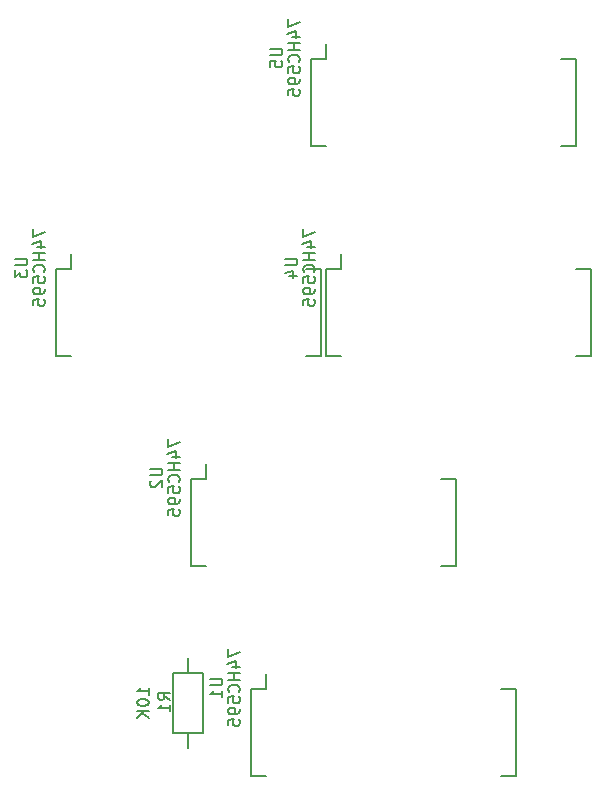
<source format=gbr>
G04 #@! TF.FileFunction,Legend,Bot*
%FSLAX46Y46*%
G04 Gerber Fmt 4.6, Leading zero omitted, Abs format (unit mm)*
G04 Created by KiCad (PCBNEW 4.0.2-stable) date Tue 02 Aug 2016 06:34:44 PM EDT*
%MOMM*%
G01*
G04 APERTURE LIST*
%ADD10C,0.100000*%
%ADD11C,0.150000*%
G04 APERTURE END LIST*
D10*
D11*
X111125000Y-133350000D02*
X111125000Y-128270000D01*
X111125000Y-128270000D02*
X108585000Y-128270000D01*
X108585000Y-128270000D02*
X108585000Y-133350000D01*
X108585000Y-133350000D02*
X111125000Y-133350000D01*
X109855000Y-133350000D02*
X109855000Y-134620000D01*
X109855000Y-128270000D02*
X109855000Y-127000000D01*
X115180000Y-129675000D02*
X116450000Y-129675000D01*
X115180000Y-137025000D02*
X116450000Y-137025000D01*
X137550000Y-137025000D02*
X136280000Y-137025000D01*
X137550000Y-129675000D02*
X136280000Y-129675000D01*
X115180000Y-129675000D02*
X115180000Y-137025000D01*
X137550000Y-129675000D02*
X137550000Y-137025000D01*
X116450000Y-129675000D02*
X116450000Y-128390000D01*
X110100000Y-111895000D02*
X111370000Y-111895000D01*
X110100000Y-119245000D02*
X111370000Y-119245000D01*
X132470000Y-119245000D02*
X131200000Y-119245000D01*
X132470000Y-111895000D02*
X131200000Y-111895000D01*
X110100000Y-111895000D02*
X110100000Y-119245000D01*
X132470000Y-111895000D02*
X132470000Y-119245000D01*
X111370000Y-111895000D02*
X111370000Y-110610000D01*
X98670000Y-94115000D02*
X99940000Y-94115000D01*
X98670000Y-101465000D02*
X99940000Y-101465000D01*
X121040000Y-101465000D02*
X119770000Y-101465000D01*
X121040000Y-94115000D02*
X119770000Y-94115000D01*
X98670000Y-94115000D02*
X98670000Y-101465000D01*
X121040000Y-94115000D02*
X121040000Y-101465000D01*
X99940000Y-94115000D02*
X99940000Y-92830000D01*
X121530000Y-94115000D02*
X122800000Y-94115000D01*
X121530000Y-101465000D02*
X122800000Y-101465000D01*
X143900000Y-101465000D02*
X142630000Y-101465000D01*
X143900000Y-94115000D02*
X142630000Y-94115000D01*
X121530000Y-94115000D02*
X121530000Y-101465000D01*
X143900000Y-94115000D02*
X143900000Y-101465000D01*
X122800000Y-94115000D02*
X122800000Y-92830000D01*
X120260000Y-76335000D02*
X121530000Y-76335000D01*
X120260000Y-83685000D02*
X121530000Y-83685000D01*
X142630000Y-83685000D02*
X141360000Y-83685000D01*
X142630000Y-76335000D02*
X141360000Y-76335000D01*
X120260000Y-76335000D02*
X120260000Y-83685000D01*
X142630000Y-76335000D02*
X142630000Y-83685000D01*
X121530000Y-76335000D02*
X121530000Y-75050000D01*
X108275381Y-130579834D02*
X107799190Y-130246500D01*
X108275381Y-130008405D02*
X107275381Y-130008405D01*
X107275381Y-130389358D01*
X107323000Y-130484596D01*
X107370619Y-130532215D01*
X107465857Y-130579834D01*
X107608714Y-130579834D01*
X107703952Y-130532215D01*
X107751571Y-130484596D01*
X107799190Y-130389358D01*
X107799190Y-130008405D01*
X108275381Y-131532215D02*
X108275381Y-130960786D01*
X108275381Y-131246500D02*
X107275381Y-131246500D01*
X107418238Y-131151262D01*
X107513476Y-131056024D01*
X107561095Y-130960786D01*
X106497381Y-130119524D02*
X106497381Y-129548095D01*
X106497381Y-129833809D02*
X105497381Y-129833809D01*
X105640238Y-129738571D01*
X105735476Y-129643333D01*
X105783095Y-129548095D01*
X105497381Y-130738571D02*
X105497381Y-130833810D01*
X105545000Y-130929048D01*
X105592619Y-130976667D01*
X105687857Y-131024286D01*
X105878333Y-131071905D01*
X106116429Y-131071905D01*
X106306905Y-131024286D01*
X106402143Y-130976667D01*
X106449762Y-130929048D01*
X106497381Y-130833810D01*
X106497381Y-130738571D01*
X106449762Y-130643333D01*
X106402143Y-130595714D01*
X106306905Y-130548095D01*
X106116429Y-130500476D01*
X105878333Y-130500476D01*
X105687857Y-130548095D01*
X105592619Y-130595714D01*
X105545000Y-130643333D01*
X105497381Y-130738571D01*
X106497381Y-131500476D02*
X105497381Y-131500476D01*
X106497381Y-132071905D02*
X105925952Y-131643333D01*
X105497381Y-132071905D02*
X106068810Y-131500476D01*
X111707381Y-128778095D02*
X112516905Y-128778095D01*
X112612143Y-128825714D01*
X112659762Y-128873333D01*
X112707381Y-128968571D01*
X112707381Y-129159048D01*
X112659762Y-129254286D01*
X112612143Y-129301905D01*
X112516905Y-129349524D01*
X111707381Y-129349524D01*
X112707381Y-130349524D02*
X112707381Y-129778095D01*
X112707381Y-130063809D02*
X111707381Y-130063809D01*
X111850238Y-129968571D01*
X111945476Y-129873333D01*
X111993095Y-129778095D01*
X113207381Y-126278095D02*
X113207381Y-126944762D01*
X114207381Y-126516190D01*
X113540714Y-127754286D02*
X114207381Y-127754286D01*
X113159762Y-127516190D02*
X113874048Y-127278095D01*
X113874048Y-127897143D01*
X114207381Y-128278095D02*
X113207381Y-128278095D01*
X113683571Y-128278095D02*
X113683571Y-128849524D01*
X114207381Y-128849524D02*
X113207381Y-128849524D01*
X114112143Y-129897143D02*
X114159762Y-129849524D01*
X114207381Y-129706667D01*
X114207381Y-129611429D01*
X114159762Y-129468571D01*
X114064524Y-129373333D01*
X113969286Y-129325714D01*
X113778810Y-129278095D01*
X113635952Y-129278095D01*
X113445476Y-129325714D01*
X113350238Y-129373333D01*
X113255000Y-129468571D01*
X113207381Y-129611429D01*
X113207381Y-129706667D01*
X113255000Y-129849524D01*
X113302619Y-129897143D01*
X113207381Y-130801905D02*
X113207381Y-130325714D01*
X113683571Y-130278095D01*
X113635952Y-130325714D01*
X113588333Y-130420952D01*
X113588333Y-130659048D01*
X113635952Y-130754286D01*
X113683571Y-130801905D01*
X113778810Y-130849524D01*
X114016905Y-130849524D01*
X114112143Y-130801905D01*
X114159762Y-130754286D01*
X114207381Y-130659048D01*
X114207381Y-130420952D01*
X114159762Y-130325714D01*
X114112143Y-130278095D01*
X114207381Y-131325714D02*
X114207381Y-131516190D01*
X114159762Y-131611429D01*
X114112143Y-131659048D01*
X113969286Y-131754286D01*
X113778810Y-131801905D01*
X113397857Y-131801905D01*
X113302619Y-131754286D01*
X113255000Y-131706667D01*
X113207381Y-131611429D01*
X113207381Y-131420952D01*
X113255000Y-131325714D01*
X113302619Y-131278095D01*
X113397857Y-131230476D01*
X113635952Y-131230476D01*
X113731190Y-131278095D01*
X113778810Y-131325714D01*
X113826429Y-131420952D01*
X113826429Y-131611429D01*
X113778810Y-131706667D01*
X113731190Y-131754286D01*
X113635952Y-131801905D01*
X113207381Y-132706667D02*
X113207381Y-132230476D01*
X113683571Y-132182857D01*
X113635952Y-132230476D01*
X113588333Y-132325714D01*
X113588333Y-132563810D01*
X113635952Y-132659048D01*
X113683571Y-132706667D01*
X113778810Y-132754286D01*
X114016905Y-132754286D01*
X114112143Y-132706667D01*
X114159762Y-132659048D01*
X114207381Y-132563810D01*
X114207381Y-132325714D01*
X114159762Y-132230476D01*
X114112143Y-132182857D01*
X106627381Y-110998095D02*
X107436905Y-110998095D01*
X107532143Y-111045714D01*
X107579762Y-111093333D01*
X107627381Y-111188571D01*
X107627381Y-111379048D01*
X107579762Y-111474286D01*
X107532143Y-111521905D01*
X107436905Y-111569524D01*
X106627381Y-111569524D01*
X106722619Y-111998095D02*
X106675000Y-112045714D01*
X106627381Y-112140952D01*
X106627381Y-112379048D01*
X106675000Y-112474286D01*
X106722619Y-112521905D01*
X106817857Y-112569524D01*
X106913095Y-112569524D01*
X107055952Y-112521905D01*
X107627381Y-111950476D01*
X107627381Y-112569524D01*
X108127381Y-108498095D02*
X108127381Y-109164762D01*
X109127381Y-108736190D01*
X108460714Y-109974286D02*
X109127381Y-109974286D01*
X108079762Y-109736190D02*
X108794048Y-109498095D01*
X108794048Y-110117143D01*
X109127381Y-110498095D02*
X108127381Y-110498095D01*
X108603571Y-110498095D02*
X108603571Y-111069524D01*
X109127381Y-111069524D02*
X108127381Y-111069524D01*
X109032143Y-112117143D02*
X109079762Y-112069524D01*
X109127381Y-111926667D01*
X109127381Y-111831429D01*
X109079762Y-111688571D01*
X108984524Y-111593333D01*
X108889286Y-111545714D01*
X108698810Y-111498095D01*
X108555952Y-111498095D01*
X108365476Y-111545714D01*
X108270238Y-111593333D01*
X108175000Y-111688571D01*
X108127381Y-111831429D01*
X108127381Y-111926667D01*
X108175000Y-112069524D01*
X108222619Y-112117143D01*
X108127381Y-113021905D02*
X108127381Y-112545714D01*
X108603571Y-112498095D01*
X108555952Y-112545714D01*
X108508333Y-112640952D01*
X108508333Y-112879048D01*
X108555952Y-112974286D01*
X108603571Y-113021905D01*
X108698810Y-113069524D01*
X108936905Y-113069524D01*
X109032143Y-113021905D01*
X109079762Y-112974286D01*
X109127381Y-112879048D01*
X109127381Y-112640952D01*
X109079762Y-112545714D01*
X109032143Y-112498095D01*
X109127381Y-113545714D02*
X109127381Y-113736190D01*
X109079762Y-113831429D01*
X109032143Y-113879048D01*
X108889286Y-113974286D01*
X108698810Y-114021905D01*
X108317857Y-114021905D01*
X108222619Y-113974286D01*
X108175000Y-113926667D01*
X108127381Y-113831429D01*
X108127381Y-113640952D01*
X108175000Y-113545714D01*
X108222619Y-113498095D01*
X108317857Y-113450476D01*
X108555952Y-113450476D01*
X108651190Y-113498095D01*
X108698810Y-113545714D01*
X108746429Y-113640952D01*
X108746429Y-113831429D01*
X108698810Y-113926667D01*
X108651190Y-113974286D01*
X108555952Y-114021905D01*
X108127381Y-114926667D02*
X108127381Y-114450476D01*
X108603571Y-114402857D01*
X108555952Y-114450476D01*
X108508333Y-114545714D01*
X108508333Y-114783810D01*
X108555952Y-114879048D01*
X108603571Y-114926667D01*
X108698810Y-114974286D01*
X108936905Y-114974286D01*
X109032143Y-114926667D01*
X109079762Y-114879048D01*
X109127381Y-114783810D01*
X109127381Y-114545714D01*
X109079762Y-114450476D01*
X109032143Y-114402857D01*
X95197381Y-93218095D02*
X96006905Y-93218095D01*
X96102143Y-93265714D01*
X96149762Y-93313333D01*
X96197381Y-93408571D01*
X96197381Y-93599048D01*
X96149762Y-93694286D01*
X96102143Y-93741905D01*
X96006905Y-93789524D01*
X95197381Y-93789524D01*
X95197381Y-94170476D02*
X95197381Y-94789524D01*
X95578333Y-94456190D01*
X95578333Y-94599048D01*
X95625952Y-94694286D01*
X95673571Y-94741905D01*
X95768810Y-94789524D01*
X96006905Y-94789524D01*
X96102143Y-94741905D01*
X96149762Y-94694286D01*
X96197381Y-94599048D01*
X96197381Y-94313333D01*
X96149762Y-94218095D01*
X96102143Y-94170476D01*
X96697381Y-90718095D02*
X96697381Y-91384762D01*
X97697381Y-90956190D01*
X97030714Y-92194286D02*
X97697381Y-92194286D01*
X96649762Y-91956190D02*
X97364048Y-91718095D01*
X97364048Y-92337143D01*
X97697381Y-92718095D02*
X96697381Y-92718095D01*
X97173571Y-92718095D02*
X97173571Y-93289524D01*
X97697381Y-93289524D02*
X96697381Y-93289524D01*
X97602143Y-94337143D02*
X97649762Y-94289524D01*
X97697381Y-94146667D01*
X97697381Y-94051429D01*
X97649762Y-93908571D01*
X97554524Y-93813333D01*
X97459286Y-93765714D01*
X97268810Y-93718095D01*
X97125952Y-93718095D01*
X96935476Y-93765714D01*
X96840238Y-93813333D01*
X96745000Y-93908571D01*
X96697381Y-94051429D01*
X96697381Y-94146667D01*
X96745000Y-94289524D01*
X96792619Y-94337143D01*
X96697381Y-95241905D02*
X96697381Y-94765714D01*
X97173571Y-94718095D01*
X97125952Y-94765714D01*
X97078333Y-94860952D01*
X97078333Y-95099048D01*
X97125952Y-95194286D01*
X97173571Y-95241905D01*
X97268810Y-95289524D01*
X97506905Y-95289524D01*
X97602143Y-95241905D01*
X97649762Y-95194286D01*
X97697381Y-95099048D01*
X97697381Y-94860952D01*
X97649762Y-94765714D01*
X97602143Y-94718095D01*
X97697381Y-95765714D02*
X97697381Y-95956190D01*
X97649762Y-96051429D01*
X97602143Y-96099048D01*
X97459286Y-96194286D01*
X97268810Y-96241905D01*
X96887857Y-96241905D01*
X96792619Y-96194286D01*
X96745000Y-96146667D01*
X96697381Y-96051429D01*
X96697381Y-95860952D01*
X96745000Y-95765714D01*
X96792619Y-95718095D01*
X96887857Y-95670476D01*
X97125952Y-95670476D01*
X97221190Y-95718095D01*
X97268810Y-95765714D01*
X97316429Y-95860952D01*
X97316429Y-96051429D01*
X97268810Y-96146667D01*
X97221190Y-96194286D01*
X97125952Y-96241905D01*
X96697381Y-97146667D02*
X96697381Y-96670476D01*
X97173571Y-96622857D01*
X97125952Y-96670476D01*
X97078333Y-96765714D01*
X97078333Y-97003810D01*
X97125952Y-97099048D01*
X97173571Y-97146667D01*
X97268810Y-97194286D01*
X97506905Y-97194286D01*
X97602143Y-97146667D01*
X97649762Y-97099048D01*
X97697381Y-97003810D01*
X97697381Y-96765714D01*
X97649762Y-96670476D01*
X97602143Y-96622857D01*
X118057381Y-93218095D02*
X118866905Y-93218095D01*
X118962143Y-93265714D01*
X119009762Y-93313333D01*
X119057381Y-93408571D01*
X119057381Y-93599048D01*
X119009762Y-93694286D01*
X118962143Y-93741905D01*
X118866905Y-93789524D01*
X118057381Y-93789524D01*
X118390714Y-94694286D02*
X119057381Y-94694286D01*
X118009762Y-94456190D02*
X118724048Y-94218095D01*
X118724048Y-94837143D01*
X119557381Y-90718095D02*
X119557381Y-91384762D01*
X120557381Y-90956190D01*
X119890714Y-92194286D02*
X120557381Y-92194286D01*
X119509762Y-91956190D02*
X120224048Y-91718095D01*
X120224048Y-92337143D01*
X120557381Y-92718095D02*
X119557381Y-92718095D01*
X120033571Y-92718095D02*
X120033571Y-93289524D01*
X120557381Y-93289524D02*
X119557381Y-93289524D01*
X120462143Y-94337143D02*
X120509762Y-94289524D01*
X120557381Y-94146667D01*
X120557381Y-94051429D01*
X120509762Y-93908571D01*
X120414524Y-93813333D01*
X120319286Y-93765714D01*
X120128810Y-93718095D01*
X119985952Y-93718095D01*
X119795476Y-93765714D01*
X119700238Y-93813333D01*
X119605000Y-93908571D01*
X119557381Y-94051429D01*
X119557381Y-94146667D01*
X119605000Y-94289524D01*
X119652619Y-94337143D01*
X119557381Y-95241905D02*
X119557381Y-94765714D01*
X120033571Y-94718095D01*
X119985952Y-94765714D01*
X119938333Y-94860952D01*
X119938333Y-95099048D01*
X119985952Y-95194286D01*
X120033571Y-95241905D01*
X120128810Y-95289524D01*
X120366905Y-95289524D01*
X120462143Y-95241905D01*
X120509762Y-95194286D01*
X120557381Y-95099048D01*
X120557381Y-94860952D01*
X120509762Y-94765714D01*
X120462143Y-94718095D01*
X120557381Y-95765714D02*
X120557381Y-95956190D01*
X120509762Y-96051429D01*
X120462143Y-96099048D01*
X120319286Y-96194286D01*
X120128810Y-96241905D01*
X119747857Y-96241905D01*
X119652619Y-96194286D01*
X119605000Y-96146667D01*
X119557381Y-96051429D01*
X119557381Y-95860952D01*
X119605000Y-95765714D01*
X119652619Y-95718095D01*
X119747857Y-95670476D01*
X119985952Y-95670476D01*
X120081190Y-95718095D01*
X120128810Y-95765714D01*
X120176429Y-95860952D01*
X120176429Y-96051429D01*
X120128810Y-96146667D01*
X120081190Y-96194286D01*
X119985952Y-96241905D01*
X119557381Y-97146667D02*
X119557381Y-96670476D01*
X120033571Y-96622857D01*
X119985952Y-96670476D01*
X119938333Y-96765714D01*
X119938333Y-97003810D01*
X119985952Y-97099048D01*
X120033571Y-97146667D01*
X120128810Y-97194286D01*
X120366905Y-97194286D01*
X120462143Y-97146667D01*
X120509762Y-97099048D01*
X120557381Y-97003810D01*
X120557381Y-96765714D01*
X120509762Y-96670476D01*
X120462143Y-96622857D01*
X116787381Y-75438095D02*
X117596905Y-75438095D01*
X117692143Y-75485714D01*
X117739762Y-75533333D01*
X117787381Y-75628571D01*
X117787381Y-75819048D01*
X117739762Y-75914286D01*
X117692143Y-75961905D01*
X117596905Y-76009524D01*
X116787381Y-76009524D01*
X116787381Y-76961905D02*
X116787381Y-76485714D01*
X117263571Y-76438095D01*
X117215952Y-76485714D01*
X117168333Y-76580952D01*
X117168333Y-76819048D01*
X117215952Y-76914286D01*
X117263571Y-76961905D01*
X117358810Y-77009524D01*
X117596905Y-77009524D01*
X117692143Y-76961905D01*
X117739762Y-76914286D01*
X117787381Y-76819048D01*
X117787381Y-76580952D01*
X117739762Y-76485714D01*
X117692143Y-76438095D01*
X118287381Y-72938095D02*
X118287381Y-73604762D01*
X119287381Y-73176190D01*
X118620714Y-74414286D02*
X119287381Y-74414286D01*
X118239762Y-74176190D02*
X118954048Y-73938095D01*
X118954048Y-74557143D01*
X119287381Y-74938095D02*
X118287381Y-74938095D01*
X118763571Y-74938095D02*
X118763571Y-75509524D01*
X119287381Y-75509524D02*
X118287381Y-75509524D01*
X119192143Y-76557143D02*
X119239762Y-76509524D01*
X119287381Y-76366667D01*
X119287381Y-76271429D01*
X119239762Y-76128571D01*
X119144524Y-76033333D01*
X119049286Y-75985714D01*
X118858810Y-75938095D01*
X118715952Y-75938095D01*
X118525476Y-75985714D01*
X118430238Y-76033333D01*
X118335000Y-76128571D01*
X118287381Y-76271429D01*
X118287381Y-76366667D01*
X118335000Y-76509524D01*
X118382619Y-76557143D01*
X118287381Y-77461905D02*
X118287381Y-76985714D01*
X118763571Y-76938095D01*
X118715952Y-76985714D01*
X118668333Y-77080952D01*
X118668333Y-77319048D01*
X118715952Y-77414286D01*
X118763571Y-77461905D01*
X118858810Y-77509524D01*
X119096905Y-77509524D01*
X119192143Y-77461905D01*
X119239762Y-77414286D01*
X119287381Y-77319048D01*
X119287381Y-77080952D01*
X119239762Y-76985714D01*
X119192143Y-76938095D01*
X119287381Y-77985714D02*
X119287381Y-78176190D01*
X119239762Y-78271429D01*
X119192143Y-78319048D01*
X119049286Y-78414286D01*
X118858810Y-78461905D01*
X118477857Y-78461905D01*
X118382619Y-78414286D01*
X118335000Y-78366667D01*
X118287381Y-78271429D01*
X118287381Y-78080952D01*
X118335000Y-77985714D01*
X118382619Y-77938095D01*
X118477857Y-77890476D01*
X118715952Y-77890476D01*
X118811190Y-77938095D01*
X118858810Y-77985714D01*
X118906429Y-78080952D01*
X118906429Y-78271429D01*
X118858810Y-78366667D01*
X118811190Y-78414286D01*
X118715952Y-78461905D01*
X118287381Y-79366667D02*
X118287381Y-78890476D01*
X118763571Y-78842857D01*
X118715952Y-78890476D01*
X118668333Y-78985714D01*
X118668333Y-79223810D01*
X118715952Y-79319048D01*
X118763571Y-79366667D01*
X118858810Y-79414286D01*
X119096905Y-79414286D01*
X119192143Y-79366667D01*
X119239762Y-79319048D01*
X119287381Y-79223810D01*
X119287381Y-78985714D01*
X119239762Y-78890476D01*
X119192143Y-78842857D01*
M02*

</source>
